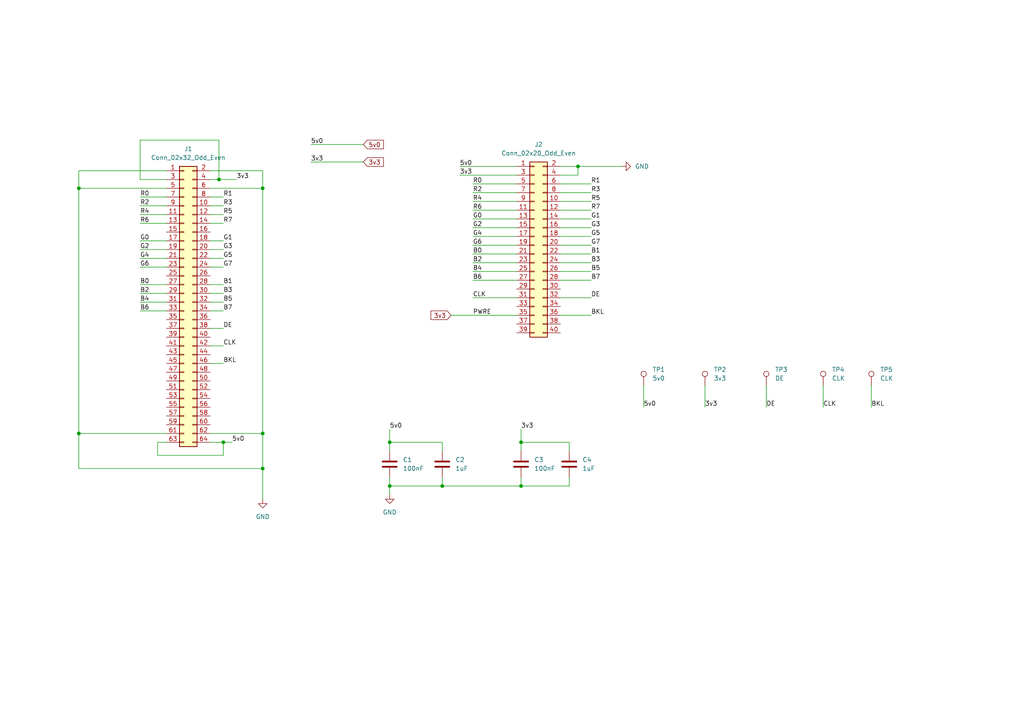
<source format=kicad_sch>
(kicad_sch (version 20211123) (generator eeschema)
  (paper "A4")
  (lib_symbols
    (symbol "Connector:TestPoint" (pin_numbers hide) (pin_names (offset 0.762) hide)
      (property "Reference" "TP" (at 0 6.858 0))
      (property "Value" "TestPoint" (at 0 5.08 0))
      (symbol "TestPoint_0_1"
        (circle (center 0 3.302) (radius 0.762))
      )
      (symbol "TestPoint_1_1"
        (pin passive line (at 0 0 90) (length 2.54) (name "1") (number "1"))
      )
    )
    (symbol "Connector_Generic:Conn_02x20_Odd_Even" (pin_names (offset 1.016) hide)
      (property "Reference" "J" (at 1.27 25.4 0))
      (property "Value" "Conn_02x20_Odd_Even" (at 1.27 -27.94 0))
      (symbol "Conn_02x20_Odd_Even_1_1"
        (rectangle (start -1.27 -25.273) (end 0 -25.527) (stroke (width 0.1524)))
        (rectangle (start -1.27 -22.733) (end 0 -22.987) (stroke (width 0.1524)))
        (rectangle (start -1.27 -20.193) (end 0 -20.447) (stroke (width 0.1524)))
        (rectangle (start -1.27 -17.653) (end 0 -17.907) (stroke (width 0.1524)))
        (rectangle (start -1.27 -15.113) (end 0 -15.367) (stroke (width 0.1524)))
        (rectangle (start -1.27 -12.573) (end 0 -12.827) (stroke (width 0.1524)))
        (rectangle (start -1.27 -10.033) (end 0 -10.287) (stroke (width 0.1524)))
        (rectangle (start -1.27 -7.493) (end 0 -7.747) (stroke (width 0.1524)))
        (rectangle (start -1.27 -4.953) (end 0 -5.207) (stroke (width 0.1524)))
        (rectangle (start -1.27 -2.413) (end 0 -2.667) (stroke (width 0.1524)))
        (rectangle (start -1.27 0.127) (end 0 -0.127) (stroke (width 0.1524)))
        (rectangle (start -1.27 2.667) (end 0 2.413) (stroke (width 0.1524)))
        (rectangle (start -1.27 5.207) (end 0 4.953) (stroke (width 0.1524)))
        (rectangle (start -1.27 7.747) (end 0 7.493) (stroke (width 0.1524)))
        (rectangle (start -1.27 10.287) (end 0 10.033) (stroke (width 0.1524)))
        (rectangle (start -1.27 12.827) (end 0 12.573) (stroke (width 0.1524)))
        (rectangle (start -1.27 15.367) (end 0 15.113) (stroke (width 0.1524)))
        (rectangle (start -1.27 17.907) (end 0 17.653) (stroke (width 0.1524)))
        (rectangle (start -1.27 20.447) (end 0 20.193) (stroke (width 0.1524)))
        (rectangle (start -1.27 22.987) (end 0 22.733) (stroke (width 0.1524)))
        (rectangle (start -1.27 24.13) (end 3.81 -26.67) (stroke (width 0.254)) (fill (type background)))
        (rectangle (start 3.81 -25.273) (end 2.54 -25.527) (stroke (width 0.1524)))
        (rectangle (start 3.81 -22.733) (end 2.54 -22.987) (stroke (width 0.1524)))
        (rectangle (start 3.81 -20.193) (end 2.54 -20.447) (stroke (width 0.1524)))
        (rectangle (start 3.81 -17.653) (end 2.54 -17.907) (stroke (width 0.1524)))
        (rectangle (start 3.81 -15.113) (end 2.54 -15.367) (stroke (width 0.1524)))
        (rectangle (start 3.81 -12.573) (end 2.54 -12.827) (stroke (width 0.1524)))
        (rectangle (start 3.81 -10.033) (end 2.54 -10.287) (stroke (width 0.1524)))
        (rectangle (start 3.81 -7.493) (end 2.54 -7.747) (stroke (width 0.1524)))
        (rectangle (start 3.81 -4.953) (end 2.54 -5.207) (stroke (width 0.1524)))
        (rectangle (start 3.81 -2.413) (end 2.54 -2.667) (stroke (width 0.1524)))
        (rectangle (start 3.81 0.127) (end 2.54 -0.127) (stroke (width 0.1524)))
        (rectangle (start 3.81 2.667) (end 2.54 2.413) (stroke (width 0.1524)))
        (rectangle (start 3.81 5.207) (end 2.54 4.953) (stroke (width 0.1524)))
        (rectangle (start 3.81 7.747) (end 2.54 7.493) (stroke (width 0.1524)))
        (rectangle (start 3.81 10.287) (end 2.54 10.033) (stroke (width 0.1524)))
        (rectangle (start 3.81 12.827) (end 2.54 12.573) (stroke (width 0.1524)))
        (rectangle (start 3.81 15.367) (end 2.54 15.113) (stroke (width 0.1524)))
        (rectangle (start 3.81 17.907) (end 2.54 17.653) (stroke (width 0.1524)))
        (rectangle (start 3.81 20.447) (end 2.54 20.193) (stroke (width 0.1524)))
        (rectangle (start 3.81 22.987) (end 2.54 22.733) (stroke (width 0.1524)))
        (pin passive line (at -5.08 22.86 0) (length 3.81) (name "Pin_1") (number "1"))
        (pin passive line (at 7.62 12.7 180) (length 3.81) (name "Pin_10") (number "10"))
        (pin passive line (at -5.08 10.16 0) (length 3.81) (name "Pin_11") (number "11"))
        (pin passive line (at 7.62 10.16 180) (length 3.81) (name "Pin_12") (number "12"))
        (pin passive line (at -5.08 7.62 0) (length 3.81) (name "Pin_13") (number "13"))
        (pin passive line (at 7.62 7.62 180) (length 3.81) (name "Pin_14") (number "14"))
        (pin passive line (at -5.08 5.08 0) (length 3.81) (name "Pin_15") (number "15"))
        (pin passive line (at 7.62 5.08 180) (length 3.81) (name "Pin_16") (number "16"))
        (pin passive line (at -5.08 2.54 0) (length 3.81) (name "Pin_17") (number "17"))
        (pin passive line (at 7.62 2.54 180) (length 3.81) (name "Pin_18") (number "18"))
        (pin passive line (at -5.08 0 0) (length 3.81) (name "Pin_19") (number "19"))
        (pin passive line (at 7.62 22.86 180) (length 3.81) (name "Pin_2") (number "2"))
        (pin passive line (at 7.62 0 180) (length 3.81) (name "Pin_20") (number "20"))
        (pin passive line (at -5.08 -2.54 0) (length 3.81) (name "Pin_21") (number "21"))
        (pin passive line (at 7.62 -2.54 180) (length 3.81) (name "Pin_22") (number "22"))
        (pin passive line (at -5.08 -5.08 0) (length 3.81) (name "Pin_23") (number "23"))
        (pin passive line (at 7.62 -5.08 180) (length 3.81) (name "Pin_24") (number "24"))
        (pin passive line (at -5.08 -7.62 0) (length 3.81) (name "Pin_25") (number "25"))
        (pin passive line (at 7.62 -7.62 180) (length 3.81) (name "Pin_26") (number "26"))
        (pin passive line (at -5.08 -10.16 0) (length 3.81) (name "Pin_27") (number "27"))
        (pin passive line (at 7.62 -10.16 180) (length 3.81) (name "Pin_28") (number "28"))
        (pin passive line (at -5.08 -12.7 0) (length 3.81) (name "Pin_29") (number "29"))
        (pin passive line (at -5.08 20.32 0) (length 3.81) (name "Pin_3") (number "3"))
        (pin passive line (at 7.62 -12.7 180) (length 3.81) (name "Pin_30") (number "30"))
        (pin passive line (at -5.08 -15.24 0) (length 3.81) (name "Pin_31") (number "31"))
        (pin passive line (at 7.62 -15.24 180) (length 3.81) (name "Pin_32") (number "32"))
        (pin passive line (at -5.08 -17.78 0) (length 3.81) (name "Pin_33") (number "33"))
        (pin passive line (at 7.62 -17.78 180) (length 3.81) (name "Pin_34") (number "34"))
        (pin passive line (at -5.08 -20.32 0) (length 3.81) (name "Pin_35") (number "35"))
        (pin passive line (at 7.62 -20.32 180) (length 3.81) (name "Pin_36") (number "36"))
        (pin passive line (at -5.08 -22.86 0) (length 3.81) (name "Pin_37") (number "37"))
        (pin passive line (at 7.62 -22.86 180) (length 3.81) (name "Pin_38") (number "38"))
        (pin passive line (at -5.08 -25.4 0) (length 3.81) (name "Pin_39") (number "39"))
        (pin passive line (at 7.62 20.32 180) (length 3.81) (name "Pin_4") (number "4"))
        (pin passive line (at 7.62 -25.4 180) (length 3.81) (name "Pin_40") (number "40"))
        (pin passive line (at -5.08 17.78 0) (length 3.81) (name "Pin_5") (number "5"))
        (pin passive line (at 7.62 17.78 180) (length 3.81) (name "Pin_6") (number "6"))
        (pin passive line (at -5.08 15.24 0) (length 3.81) (name "Pin_7") (number "7"))
        (pin passive line (at 7.62 15.24 180) (length 3.81) (name "Pin_8") (number "8"))
        (pin passive line (at -5.08 12.7 0) (length 3.81) (name "Pin_9") (number "9"))
      )
    )
    (symbol "Connector_Generic:Conn_02x32_Odd_Even" (pin_names (offset 1.016) hide)
      (property "Reference" "J" (at 1.27 40.64 0))
      (property "Value" "Conn_02x32_Odd_Even" (at 1.27 -43.18 0))
      (symbol "Conn_02x32_Odd_Even_1_1"
        (rectangle (start -1.27 -40.513) (end 0 -40.767) (stroke (width 0.1524)))
        (rectangle (start -1.27 -37.973) (end 0 -38.227) (stroke (width 0.1524)))
        (rectangle (start -1.27 -35.433) (end 0 -35.687) (stroke (width 0.1524)))
        (rectangle (start -1.27 -32.893) (end 0 -33.147) (stroke (width 0.1524)))
        (rectangle (start -1.27 -30.353) (end 0 -30.607) (stroke (width 0.1524)))
        (rectangle (start -1.27 -27.813) (end 0 -28.067) (stroke (width 0.1524)))
        (rectangle (start -1.27 -25.273) (end 0 -25.527) (stroke (width 0.1524)))
        (rectangle (start -1.27 -22.733) (end 0 -22.987) (stroke (width 0.1524)))
        (rectangle (start -1.27 -20.193) (end 0 -20.447) (stroke (width 0.1524)))
        (rectangle (start -1.27 -17.653) (end 0 -17.907) (stroke (width 0.1524)))
        (rectangle (start -1.27 -15.113) (end 0 -15.367) (stroke (width 0.1524)))
        (rectangle (start -1.27 -12.573) (end 0 -12.827) (stroke (width 0.1524)))
        (rectangle (start -1.27 -10.033) (end 0 -10.287) (stroke (width 0.1524)))
        (rectangle (start -1.27 -7.493) (end 0 -7.747) (stroke (width 0.1524)))
        (rectangle (start -1.27 -4.953) (end 0 -5.207) (stroke (width 0.1524)))
        (rectangle (start -1.27 -2.413) (end 0 -2.667) (stroke (width 0.1524)))
        (rectangle (start -1.27 0.127) (end 0 -0.127) (stroke (width 0.1524)))
        (rectangle (start -1.27 2.667) (end 0 2.413) (stroke (width 0.1524)))
        (rectangle (start -1.27 5.207) (end 0 4.953) (stroke (width 0.1524)))
        (rectangle (start -1.27 7.747) (end 0 7.493) (stroke (width 0.1524)))
        (rectangle (start -1.27 10.287) (end 0 10.033) (stroke (width 0.1524)))
        (rectangle (start -1.27 12.827) (end 0 12.573) (stroke (width 0.1524)))
        (rectangle (start -1.27 15.367) (end 0 15.113) (stroke (width 0.1524)))
        (rectangle (start -1.27 17.907) (end 0 17.653) (stroke (width 0.1524)))
        (rectangle (start -1.27 20.447) (end 0 20.193) (stroke (width 0.1524)))
        (rectangle (start -1.27 22.987) (end 0 22.733) (stroke (width 0.1524)))
        (rectangle (start -1.27 25.527) (end 0 25.273) (stroke (width 0.1524)))
        (rectangle (start -1.27 28.067) (end 0 27.813) (stroke (width 0.1524)))
        (rectangle (start -1.27 30.607) (end 0 30.353) (stroke (width 0.1524)))
        (rectangle (start -1.27 33.147) (end 0 32.893) (stroke (width 0.1524)))
        (rectangle (start -1.27 35.687) (end 0 35.433) (stroke (width 0.1524)))
        (rectangle (start -1.27 38.227) (end 0 37.973) (stroke (width 0.1524)))
        (rectangle (start -1.27 39.37) (end 3.81 -41.91) (stroke (width 0.254)) (fill (type background)))
        (rectangle (start 3.81 -40.513) (end 2.54 -40.767) (stroke (width 0.1524)))
        (rectangle (start 3.81 -37.973) (end 2.54 -38.227) (stroke (width 0.1524)))
        (rectangle (start 3.81 -35.433) (end 2.54 -35.687) (stroke (width 0.1524)))
        (rectangle (start 3.81 -32.893) (end 2.54 -33.147) (stroke (width 0.1524)))
        (rectangle (start 3.81 -30.353) (end 2.54 -30.607) (stroke (width 0.1524)))
        (rectangle (start 3.81 -27.813) (end 2.54 -28.067) (stroke (width 0.1524)))
        (rectangle (start 3.81 -25.273) (end 2.54 -25.527) (stroke (width 0.1524)))
        (rectangle (start 3.81 -22.733) (end 2.54 -22.987) (stroke (width 0.1524)))
        (rectangle (start 3.81 -20.193) (end 2.54 -20.447) (stroke (width 0.1524)))
        (rectangle (start 3.81 -17.653) (end 2.54 -17.907) (stroke (width 0.1524)))
        (rectangle (start 3.81 -15.113) (end 2.54 -15.367) (stroke (width 0.1524)))
        (rectangle (start 3.81 -12.573) (end 2.54 -12.827) (stroke (width 0.1524)))
        (rectangle (start 3.81 -10.033) (end 2.54 -10.287) (stroke (width 0.1524)))
        (rectangle (start 3.81 -7.493) (end 2.54 -7.747) (stroke (width 0.1524)))
        (rectangle (start 3.81 -4.953) (end 2.54 -5.207) (stroke (width 0.1524)))
        (rectangle (start 3.81 -2.413) (end 2.54 -2.667) (stroke (width 0.1524)))
        (rectangle (start 3.81 0.127) (end 2.54 -0.127) (stroke (width 0.1524)))
        (rectangle (start 3.81 2.667) (end 2.54 2.413) (stroke (width 0.1524)))
        (rectangle (start 3.81 5.207) (end 2.54 4.953) (stroke (width 0.1524)))
        (rectangle (start 3.81 7.747) (end 2.54 7.493) (stroke (width 0.1524)))
        (rectangle (start 3.81 10.287) (end 2.54 10.033) (stroke (width 0.1524)))
        (rectangle (start 3.81 12.827) (end 2.54 12.573) (stroke (width 0.1524)))
        (rectangle (start 3.81 15.367) (end 2.54 15.113) (stroke (width 0.1524)))
        (rectangle (start 3.81 17.907) (end 2.54 17.653) (stroke (width 0.1524)))
        (rectangle (start 3.81 20.447) (end 2.54 20.193) (stroke (width 0.1524)))
        (rectangle (start 3.81 22.987) (end 2.54 22.733) (stroke (width 0.1524)))
        (rectangle (start 3.81 25.527) (end 2.54 25.273) (stroke (width 0.1524)))
        (rectangle (start 3.81 28.067) (end 2.54 27.813) (stroke (width 0.1524)))
        (rectangle (start 3.81 30.607) (end 2.54 30.353) (stroke (width 0.1524)))
        (rectangle (start 3.81 33.147) (end 2.54 32.893) (stroke (width 0.1524)))
        (rectangle (start 3.81 35.687) (end 2.54 35.433) (stroke (width 0.1524)))
        (rectangle (start 3.81 38.227) (end 2.54 37.973) (stroke (width 0.1524)))
        (pin passive line (at -5.08 38.1 0) (length 3.81) (name "Pin_1") (number "1"))
        (pin passive line (at 7.62 27.94 180) (length 3.81) (name "Pin_10") (number "10"))
        (pin passive line (at -5.08 25.4 0) (length 3.81) (name "Pin_11") (number "11"))
        (pin passive line (at 7.62 25.4 180) (length 3.81) (name "Pin_12") (number "12"))
        (pin passive line (at -5.08 22.86 0) (length 3.81) (name "Pin_13") (number "13"))
        (pin passive line (at 7.62 22.86 180) (length 3.81) (name "Pin_14") (number "14"))
        (pin passive line (at -5.08 20.32 0) (length 3.81) (name "Pin_15") (number "15"))
        (pin passive line (at 7.62 20.32 180) (length 3.81) (name "Pin_16") (number "16"))
        (pin passive line (at -5.08 17.78 0) (length 3.81) (name "Pin_17") (number "17"))
        (pin passive line (at 7.62 17.78 180) (length 3.81) (name "Pin_18") (number "18"))
        (pin passive line (at -5.08 15.24 0) (length 3.81) (name "Pin_19") (number "19"))
        (pin passive line (at 7.62 38.1 180) (length 3.81) (name "Pin_2") (number "2"))
        (pin passive line (at 7.62 15.24 180) (length 3.81) (name "Pin_20") (number "20"))
        (pin passive line (at -5.08 12.7 0) (length 3.81) (name "Pin_21") (number "21"))
        (pin passive line (at 7.62 12.7 180) (length 3.81) (name "Pin_22") (number "22"))
        (pin passive line (at -5.08 10.16 0) (length 3.81) (name "Pin_23") (number "23"))
        (pin passive line (at 7.62 10.16 180) (length 3.81) (name "Pin_24") (number "24"))
        (pin passive line (at -5.08 7.62 0) (length 3.81) (name "Pin_25") (number "25"))
        (pin passive line (at 7.62 7.62 180) (length 3.81) (name "Pin_26") (number "26"))
        (pin passive line (at -5.08 5.08 0) (length 3.81) (name "Pin_27") (number "27"))
        (pin passive line (at 7.62 5.08 180) (length 3.81) (name "Pin_28") (number "28"))
        (pin passive line (at -5.08 2.54 0) (length 3.81) (name "Pin_29") (number "29"))
        (pin passive line (at -5.08 35.56 0) (length 3.81) (name "Pin_3") (number "3"))
        (pin passive line (at 7.62 2.54 180) (length 3.81) (name "Pin_30") (number "30"))
        (pin passive line (at -5.08 0 0) (length 3.81) (name "Pin_31") (number "31"))
        (pin passive line (at 7.62 0 180) (length 3.81) (name "Pin_32") (number "32"))
        (pin passive line (at -5.08 -2.54 0) (length 3.81) (name "Pin_33") (number "33"))
        (pin passive line (at 7.62 -2.54 180) (length 3.81) (name "Pin_34") (number "34"))
        (pin passive line (at -5.08 -5.08 0) (length 3.81) (name "Pin_35") (number "35"))
        (pin passive line (at 7.62 -5.08 180) (length 3.81) (name "Pin_36") (number "36"))
        (pin passive line (at -5.08 -7.62 0) (length 3.81) (name "Pin_37") (number "37"))
        (pin passive line (at 7.62 -7.62 180) (length 3.81) (name "Pin_38") (number "38"))
        (pin passive line (at -5.08 -10.16 0) (length 3.81) (name "Pin_39") (number "39"))
        (pin passive line (at 7.62 35.56 180) (length 3.81) (name "Pin_4") (number "4"))
        (pin passive line (at 7.62 -10.16 180) (length 3.81) (name "Pin_40") (number "40"))
        (pin passive line (at -5.08 -12.7 0) (length 3.81) (name "Pin_41") (number "41"))
        (pin passive line (at 7.62 -12.7 180) (length 3.81) (name "Pin_42") (number "42"))
        (pin passive line (at -5.08 -15.24 0) (length 3.81) (name "Pin_43") (number "43"))
        (pin passive line (at 7.62 -15.24 180) (length 3.81) (name "Pin_44") (number "44"))
        (pin passive line (at -5.08 -17.78 0) (length 3.81) (name "Pin_45") (number "45"))
        (pin passive line (at 7.62 -17.78 180) (length 3.81) (name "Pin_46") (number "46"))
        (pin passive line (at -5.08 -20.32 0) (length 3.81) (name "Pin_47") (number "47"))
        (pin passive line (at 7.62 -20.32 180) (length 3.81) (name "Pin_48") (number "48"))
        (pin passive line (at -5.08 -22.86 0) (length 3.81) (name "Pin_49") (number "49"))
        (pin passive line (at -5.08 33.02 0) (length 3.81) (name "Pin_5") (number "5"))
        (pin passive line (at 7.62 -22.86 180) (length 3.81) (name "Pin_50") (number "50"))
        (pin passive line (at -5.08 -25.4 0) (length 3.81) (name "Pin_51") (number "51"))
        (pin passive line (at 7.62 -25.4 180) (length 3.81) (name "Pin_52") (number "52"))
        (pin passive line (at -5.08 -27.94 0) (length 3.81) (name "Pin_53") (number "53"))
        (pin passive line (at 7.62 -27.94 180) (length 3.81) (name "Pin_54") (number "54"))
        (pin passive line (at -5.08 -30.48 0) (length 3.81) (name "Pin_55") (number "55"))
        (pin passive line (at 7.62 -30.48 180) (length 3.81) (name "Pin_56") (number "56"))
        (pin passive line (at -5.08 -33.02 0) (length 3.81) (name "Pin_57") (number "57"))
        (pin passive line (at 7.62 -33.02 180) (length 3.81) (name "Pin_58") (number "58"))
        (pin passive line (at -5.08 -35.56 0) (length 3.81) (name "Pin_59") (number "59"))
        (pin passive line (at 7.62 33.02 180) (length 3.81) (name "Pin_6") (number "6"))
        (pin passive line (at 7.62 -35.56 180) (length 3.81) (name "Pin_60") (number "60"))
        (pin passive line (at -5.08 -38.1 0) (length 3.81) (name "Pin_61") (number "61"))
        (pin passive line (at 7.62 -38.1 180) (length 3.81) (name "Pin_62") (number "62"))
        (pin passive line (at -5.08 -40.64 0) (length 3.81) (name "Pin_63") (number "63"))
        (pin passive line (at 7.62 -40.64 180) (length 3.81) (name "Pin_64") (number "64"))
        (pin passive line (at -5.08 30.48 0) (length 3.81) (name "Pin_7") (number "7"))
        (pin passive line (at 7.62 30.48 180) (length 3.81) (name "Pin_8") (number "8"))
        (pin passive line (at -5.08 27.94 0) (length 3.81) (name "Pin_9") (number "9"))
      )
    )
    (symbol "Device:C" (pin_numbers hide) (pin_names (offset 0.254))
      (property "Reference" "C" (at 0.635 2.54 0))
      (property "Value" "C" (at 0.635 -2.54 0))
      (symbol "C_0_1"
        (polyline (pts (xy -2.032 -0.762) (xy 2.032 -0.762)) (stroke (width 0.508)))
        (polyline (pts (xy -2.032 0.762) (xy 2.032 0.762)) (stroke (width 0.508)))
      )
      (symbol "C_1_1"
        (pin passive line (at 0 3.81 270) (length 2.794) (name "~") (number "1"))
        (pin passive line (at 0 -3.81 90) (length 2.794) (name "~") (number "2"))
      )
    )
    (symbol "power:GND" (power) (pin_names (offset 0))
      (property "Value" "GND" (at 0 -3.81 0))
      (symbol "GND_0_1"
        (polyline (pts (xy 0 0) (xy 0 -1.27) (xy 1.27 -1.27) (xy 0 -2.54) (xy -1.27 -1.27) (xy 0 -1.27)))
      )
      (symbol "GND_1_1"
        (pin power_in line (at 0 0 270) (length 0) hide (name "GND") (number "1"))
      )
    )
  )
  (junction (at 151.13 140.97))
  (junction (at 22.86 125.73))
  (junction (at 64.77 128.27))
  (junction (at 167.64 48.26))
  (junction (at 76.2 135.89))
  (junction (at 76.2 125.73))
  (junction (at 76.2 54.61))
  (junction (at 151.13 128.27))
  (junction (at 113.03 140.97))
  (junction (at 128.27 140.97))
  (junction (at 22.86 54.61))
  (junction (at 113.03 128.27))
  (junction (at 63.5 52.07))
  (wire (pts (xy 130.81 91.44) (xy 149.86 91.44)))
  (wire (pts (xy 76.2 125.73) (xy 60.96 125.73)))
  (wire (pts (xy 60.96 87.63) (xy 64.77 87.63)))
  (wire (pts (xy 162.56 78.74) (xy 171.45 78.74)))
  (wire (pts (xy 40.64 40.64) (xy 63.5 40.64)))
  (wire (pts (xy 162.56 53.34) (xy 171.45 53.34)))
  (wire (pts (xy 40.64 87.63) (xy 48.26 87.63)))
  (wire (pts (xy 162.56 60.96) (xy 171.45 60.96)))
  (wire (pts (xy 151.13 138.43) (xy 151.13 140.97)))
  (wire (pts (xy 128.27 128.27) (xy 113.03 128.27)))
  (wire (pts (xy 133.35 50.8) (xy 149.86 50.8)))
  (wire (pts (xy 167.64 48.26) (xy 180.34 48.26)))
  (wire (pts (xy 162.56 50.8) (xy 167.64 50.8)))
  (wire (pts (xy 60.96 62.23) (xy 64.77 62.23)))
  (wire (pts (xy 22.86 125.73) (xy 22.86 135.89)))
  (wire (pts (xy 64.77 128.27) (xy 67.31 128.27)))
  (wire (pts (xy 60.96 77.47) (xy 64.77 77.47)))
  (wire (pts (xy 60.96 100.33) (xy 64.77 100.33)))
  (wire (pts (xy 151.13 130.81) (xy 151.13 128.27)))
  (wire (pts (xy 40.64 90.17) (xy 48.26 90.17)))
  (wire (pts (xy 63.5 52.07) (xy 68.58 52.07)))
  (wire (pts (xy 162.56 68.58) (xy 171.45 68.58)))
  (wire (pts (xy 76.2 135.89) (xy 76.2 125.73)))
  (wire (pts (xy 40.64 69.85) (xy 48.26 69.85)))
  (wire (pts (xy 137.16 86.36) (xy 149.86 86.36)))
  (wire (pts (xy 137.16 71.12) (xy 149.86 71.12)))
  (wire (pts (xy 60.96 72.39) (xy 64.77 72.39)))
  (wire (pts (xy 113.03 140.97) (xy 128.27 140.97)))
  (wire (pts (xy 60.96 85.09) (xy 64.77 85.09)))
  (wire (pts (xy 128.27 138.43) (xy 128.27 140.97)))
  (wire (pts (xy 22.86 135.89) (xy 76.2 135.89)))
  (wire (pts (xy 162.56 55.88) (xy 171.45 55.88)))
  (wire (pts (xy 60.96 59.69) (xy 64.77 59.69)))
  (wire (pts (xy 238.76 111.76) (xy 238.76 118.11)))
  (wire (pts (xy 167.64 50.8) (xy 167.64 48.26)))
  (wire (pts (xy 76.2 54.61) (xy 76.2 125.73)))
  (wire (pts (xy 162.56 71.12) (xy 171.45 71.12)))
  (wire (pts (xy 40.64 52.07) (xy 40.64 40.64)))
  (wire (pts (xy 40.64 77.47) (xy 48.26 77.47)))
  (wire (pts (xy 40.64 59.69) (xy 48.26 59.69)))
  (wire (pts (xy 90.17 46.99) (xy 105.41 46.99)))
  (wire (pts (xy 22.86 54.61) (xy 48.26 54.61)))
  (wire (pts (xy 137.16 78.74) (xy 149.86 78.74)))
  (wire (pts (xy 162.56 58.42) (xy 171.45 58.42)))
  (wire (pts (xy 137.16 63.5) (xy 149.86 63.5)))
  (wire (pts (xy 40.64 82.55) (xy 48.26 82.55)))
  (wire (pts (xy 162.56 48.26) (xy 167.64 48.26)))
  (wire (pts (xy 128.27 140.97) (xy 151.13 140.97)))
  (wire (pts (xy 45.72 132.08) (xy 64.77 132.08)))
  (wire (pts (xy 60.96 49.53) (xy 76.2 49.53)))
  (wire (pts (xy 48.26 128.27) (xy 45.72 128.27)))
  (wire (pts (xy 60.96 128.27) (xy 64.77 128.27)))
  (wire (pts (xy 40.64 57.15) (xy 48.26 57.15)))
  (wire (pts (xy 151.13 128.27) (xy 151.13 124.46)))
  (wire (pts (xy 113.03 138.43) (xy 113.03 140.97)))
  (wire (pts (xy 128.27 130.81) (xy 128.27 128.27)))
  (wire (pts (xy 76.2 144.78) (xy 76.2 135.89)))
  (wire (pts (xy 137.16 66.04) (xy 149.86 66.04)))
  (wire (pts (xy 45.72 128.27) (xy 45.72 132.08)))
  (wire (pts (xy 162.56 81.28) (xy 171.45 81.28)))
  (wire (pts (xy 137.16 53.34) (xy 149.86 53.34)))
  (wire (pts (xy 113.03 140.97) (xy 113.03 143.51)))
  (wire (pts (xy 162.56 63.5) (xy 171.45 63.5)))
  (wire (pts (xy 63.5 40.64) (xy 63.5 52.07)))
  (wire (pts (xy 162.56 73.66) (xy 171.45 73.66)))
  (wire (pts (xy 137.16 76.2) (xy 149.86 76.2)))
  (wire (pts (xy 40.64 85.09) (xy 48.26 85.09)))
  (wire (pts (xy 137.16 81.28) (xy 149.86 81.28)))
  (wire (pts (xy 76.2 49.53) (xy 76.2 54.61)))
  (wire (pts (xy 137.16 55.88) (xy 149.86 55.88)))
  (wire (pts (xy 60.96 69.85) (xy 64.77 69.85)))
  (wire (pts (xy 90.17 41.91) (xy 105.41 41.91)))
  (wire (pts (xy 64.77 132.08) (xy 64.77 128.27)))
  (wire (pts (xy 137.16 60.96) (xy 149.86 60.96)))
  (wire (pts (xy 162.56 91.44) (xy 171.45 91.44)))
  (wire (pts (xy 113.03 128.27) (xy 113.03 130.81)))
  (wire (pts (xy 60.96 95.25) (xy 64.77 95.25)))
  (wire (pts (xy 165.1 128.27) (xy 151.13 128.27)))
  (wire (pts (xy 60.96 57.15) (xy 64.77 57.15)))
  (wire (pts (xy 60.96 90.17) (xy 64.77 90.17)))
  (wire (pts (xy 60.96 74.93) (xy 64.77 74.93)))
  (wire (pts (xy 60.96 105.41) (xy 64.77 105.41)))
  (wire (pts (xy 48.26 125.73) (xy 22.86 125.73)))
  (wire (pts (xy 40.64 72.39) (xy 48.26 72.39)))
  (wire (pts (xy 165.1 130.81) (xy 165.1 128.27)))
  (wire (pts (xy 40.64 74.93) (xy 48.26 74.93)))
  (wire (pts (xy 60.96 64.77) (xy 64.77 64.77)))
  (wire (pts (xy 204.47 111.76) (xy 204.47 118.11)))
  (wire (pts (xy 48.26 49.53) (xy 22.86 49.53)))
  (wire (pts (xy 60.96 82.55) (xy 64.77 82.55)))
  (wire (pts (xy 40.64 62.23) (xy 48.26 62.23)))
  (wire (pts (xy 162.56 86.36) (xy 171.45 86.36)))
  (wire (pts (xy 165.1 140.97) (xy 151.13 140.97)))
  (wire (pts (xy 162.56 76.2) (xy 171.45 76.2)))
  (wire (pts (xy 165.1 138.43) (xy 165.1 140.97)))
  (wire (pts (xy 113.03 124.46) (xy 113.03 128.27)))
  (wire (pts (xy 48.26 52.07) (xy 40.64 52.07)))
  (wire (pts (xy 222.25 111.76) (xy 222.25 118.11)))
  (wire (pts (xy 252.73 111.76) (xy 252.73 118.11)))
  (wire (pts (xy 137.16 58.42) (xy 149.86 58.42)))
  (wire (pts (xy 133.35 48.26) (xy 149.86 48.26)))
  (wire (pts (xy 22.86 54.61) (xy 22.86 125.73)))
  (wire (pts (xy 40.64 64.77) (xy 48.26 64.77)))
  (wire (pts (xy 186.69 111.76) (xy 186.69 118.11)))
  (wire (pts (xy 137.16 73.66) (xy 149.86 73.66)))
  (wire (pts (xy 60.96 52.07) (xy 63.5 52.07)))
  (wire (pts (xy 137.16 68.58) (xy 149.86 68.58)))
  (wire (pts (xy 162.56 66.04) (xy 171.45 66.04)))
  (wire (pts (xy 60.96 54.61) (xy 76.2 54.61)))
  (wire (pts (xy 22.86 49.53) (xy 22.86 54.61)))
  (label "G0" (at 40.64 69.85 0))
  (label "R7" (at 64.77 64.77 0))
  (label "CLK" (at 238.76 118.11 0))
  (label "R0" (at 40.64 57.15 0))
  (label "R3" (at 171.45 55.88 0))
  (label "B0" (at 40.64 82.55 0))
  (label "DE" (at 171.45 86.36 0))
  (label "B1" (at 64.77 82.55 0))
  (label "B2" (at 137.16 76.2 0))
  (label "DE" (at 64.77 95.25 0))
  (label "B7" (at 171.45 81.28 0))
  (label "R1" (at 64.77 57.15 0))
  (label "3v3" (at 68.58 52.07 0))
  (label "G4" (at 40.64 74.93 0))
  (label "B0" (at 137.16 73.66 0))
  (label "PWRE" (at 137.16 91.44 0))
  (label "G1" (at 171.45 63.5 0))
  (label "R5" (at 171.45 58.42 0))
  (label "B6" (at 40.64 90.17 0))
  (label "R4" (at 40.64 62.23 0))
  (label "R5" (at 64.77 62.23 0))
  (label "G3" (at 171.45 66.04 0))
  (label "3v3" (at 204.47 118.11 0))
  (label "B2" (at 40.64 85.09 0))
  (label "R7" (at 171.45 60.96 0))
  (label "DE" (at 222.25 118.11 0))
  (label "G4" (at 137.16 68.58 0))
  (label "5v0" (at 90.17 41.91 0))
  (label "BKL" (at 252.73 118.11 0))
  (label "G7" (at 171.45 71.12 0))
  (label "G5" (at 171.45 68.58 0))
  (label "R0" (at 137.16 53.34 0))
  (label "R6" (at 137.16 60.96 0))
  (label "G1" (at 64.77 69.85 0))
  (label "G5" (at 64.77 74.93 0))
  (label "G0" (at 137.16 63.5 0))
  (label "R2" (at 40.64 59.69 0))
  (label "B5" (at 171.45 78.74 0))
  (label "G7" (at 64.77 77.47 0))
  (label "G6" (at 137.16 71.12 0))
  (label "5v0" (at 67.31 128.27 0))
  (label "CLK" (at 137.16 86.36 0))
  (label "R3" (at 64.77 59.69 0))
  (label "B7" (at 64.77 90.17 0))
  (label "G2" (at 137.16 66.04 0))
  (label "BKL" (at 171.45 91.44 0))
  (label "B1" (at 171.45 73.66 0))
  (label "5v0" (at 186.69 118.11 0))
  (label "B4" (at 40.64 87.63 0))
  (label "B3" (at 64.77 85.09 0))
  (label "3v3" (at 151.13 124.46 0))
  (label "B5" (at 64.77 87.63 0))
  (label "5v0" (at 113.03 124.46 0))
  (label "R1" (at 171.45 53.34 0))
  (label "G3" (at 64.77 72.39 0))
  (label "5v0" (at 133.35 48.26 0))
  (label "B4" (at 137.16 78.74 0))
  (label "G6" (at 40.64 77.47 0))
  (label "R4" (at 137.16 58.42 0))
  (label "B3" (at 171.45 76.2 0))
  (label "R6" (at 40.64 64.77 0))
  (label "3v3" (at 90.17 46.99 0))
  (label "R2" (at 137.16 55.88 0))
  (label "G2" (at 40.64 72.39 0))
  (label "CLK" (at 64.77 100.33 0))
  (label "B6" (at 137.16 81.28 0))
  (label "BKL" (at 64.77 105.41 0))
  (label "3v3" (at 133.35 50.8 0))
  (global_label "3v3" (shape input) (at 130.81 91.44 180) (property "Intersheet References" "${INTERSHEET_REFS}" (effects hide)))
  (global_label "5v0" (shape input) (at 105.41 41.91 0) (property "Intersheet References" "${INTERSHEET_REFS}" (effects hide)))
  (global_label "3v3" (shape input) (at 105.41 46.99 0) (property "Intersheet References" "${INTERSHEET_REFS}" (effects hide)))
  (symbol (lib_id "power:GND") (at 113.03 143.51 0) (unit 1)
    (property "Reference" "#PWR04" (effects hide))
    (property "Value" "GND" (at 113.03 148.59 0))
  )
  (symbol (lib_id "Connector:TestPoint") (at 238.76 111.76 0) (unit 1)
    (property "Reference" "TP4" (at 241.3 107.1879 0) (effects (justify left)))
    (property "Value" "CLK" (at 241.3 109.7279 0) (effects (justify left)))
    (property "Footprint" "TestPoint:TestPoint_Pad_D1.5mm" (effects hide))
  )
  (symbol (lib_id "power:GND") (at 76.2 144.78 0) (unit 1)
    (property "Reference" "#PWR01" (effects hide))
    (property "Value" "GND" (at 76.2 149.86 0))
  )
  (symbol (lib_id "Device:C") (at 113.03 134.62 0) (unit 1)
    (property "Reference" "C1" (at 116.84 133.3499 0) (effects (justify left)))
    (property "Value" "100nF" (at 116.84 135.8899 0) (effects (justify left)))
    (property "Footprint" "Capacitor_SMD:C_0805_2012Metric_Pad1.18x1.45mm_HandSolder" (effects hide))
  )
  (symbol (lib_id "Connector:TestPoint") (at 186.69 111.76 0) (unit 1)
    (property "Reference" "TP1" (at 189.23 107.1879 0) (effects (justify left)))
    (property "Value" "5v0" (at 189.23 109.7279 0) (effects (justify left)))
    (property "Footprint" "TestPoint:TestPoint_Pad_D1.5mm" (effects hide))
  )
  (symbol (lib_id "Connector:TestPoint") (at 222.25 111.76 0) (unit 1)
    (property "Reference" "TP3" (at 224.79 107.1879 0) (effects (justify left)))
    (property "Value" "DE" (at 224.79 109.7279 0) (effects (justify left)))
    (property "Footprint" "TestPoint:TestPoint_Pad_D1.5mm" (effects hide))
  )
  (symbol (lib_id "Connector:TestPoint") (at 252.73 111.76 0) (unit 1)
    (property "Reference" "TP5" (at 255.27 107.1879 0) (effects (justify left)))
    (property "Value" "CLK" (at 255.27 109.7279 0) (effects (justify left)))
    (property "Footprint" "TestPoint:TestPoint_Pad_D1.5mm" (effects hide))
  )
  (symbol (lib_id "power:GND") (at 180.34 48.26 90) (unit 1)
    (property "Reference" "#PWR03" (effects hide))
    (property "Value" "GND" (at 184.15 48.2599 90) (effects (justify right)))
  )
  (symbol (lib_id "Device:C") (at 165.1 134.62 0) (unit 1)
    (property "Reference" "C4" (at 168.91 133.3499 0) (effects (justify left)))
    (property "Value" "1uF" (at 168.91 135.8899 0) (effects (justify left)))
    (property "Footprint" "Capacitor_SMD:C_0805_2012Metric_Pad1.18x1.45mm_HandSolder" (effects hide))
  )
  (symbol (lib_id "Device:C") (at 151.13 134.62 0) (unit 1)
    (property "Reference" "C3" (at 154.94 133.3499 0) (effects (justify left)))
    (property "Value" "100nF" (at 154.94 135.8899 0) (effects (justify left)))
    (property "Footprint" "Capacitor_SMD:C_0805_2012Metric_Pad1.18x1.45mm_HandSolder" (effects hide))
  )
  (symbol (lib_id "Connector_Generic:Conn_02x20_Odd_Even") (at 154.94 71.12 0) (unit 1)
    (property "Reference" "J2" (at 156.21 41.91 0))
    (property "Value" "Conn_02x20_Odd_Even" (at 156.21 44.45 0))
    (property "Footprint" "Connector_IDC:IDC-Header_2x20_P2.54mm_Vertical" (effects hide))
  )
  (symbol (lib_id "Connector_Generic:Conn_02x32_Odd_Even") (at 53.34 87.63 0) (unit 1)
    (property "Reference" "J1" (at 54.61 43.18 0))
    (property "Value" "Conn_02x32_Odd_Even" (at 54.61 45.72 0))
    (property "Footprint" "Connector_PinSocket_2.54mm:PinSocket_2x32_P2.54mm_Vertical" (effects hide))
  )
  (symbol (lib_id "Device:C") (at 128.27 134.62 0) (unit 1)
    (property "Reference" "C2" (at 132.08 133.3499 0) (effects (justify left)))
    (property "Value" "1uF" (at 132.08 135.8899 0) (effects (justify left)))
    (property "Footprint" "Capacitor_SMD:C_0805_2012Metric_Pad1.18x1.45mm_HandSolder" (effects hide))
  )
  (symbol (lib_id "Connector:TestPoint") (at 204.47 111.76 0) (unit 1)
    (property "Reference" "TP2" (at 207.01 107.1879 0) (effects (justify left)))
    (property "Value" "3v3" (at 207.01 109.7279 0) (effects (justify left)))
    (property "Footprint" "TestPoint:TestPoint_Pad_D1.5mm" (effects hide))
  )
)
</source>
